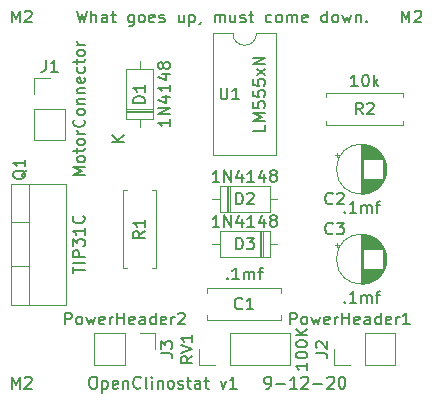
<source format=gbr>
%TF.GenerationSoftware,KiCad,Pcbnew,(5.1.6)-1*%
%TF.CreationDate,2020-09-13T20:14:07-05:00*%
%TF.ProjectId,CircuitBoard,43697263-7569-4744-926f-6172642e6b69,rev?*%
%TF.SameCoordinates,Original*%
%TF.FileFunction,Legend,Top*%
%TF.FilePolarity,Positive*%
%FSLAX46Y46*%
G04 Gerber Fmt 4.6, Leading zero omitted, Abs format (unit mm)*
G04 Created by KiCad (PCBNEW (5.1.6)-1) date 2020-09-13 20:14:07*
%MOMM*%
%LPD*%
G01*
G04 APERTURE LIST*
%ADD10C,0.150000*%
%ADD11C,0.120000*%
G04 APERTURE END LIST*
D10*
X201690476Y-89452380D02*
X201928571Y-90452380D01*
X202119047Y-89738095D01*
X202309523Y-90452380D01*
X202547619Y-89452380D01*
X202928571Y-90452380D02*
X202928571Y-89452380D01*
X203357142Y-90452380D02*
X203357142Y-89928571D01*
X203309523Y-89833333D01*
X203214285Y-89785714D01*
X203071428Y-89785714D01*
X202976190Y-89833333D01*
X202928571Y-89880952D01*
X204261904Y-90452380D02*
X204261904Y-89928571D01*
X204214285Y-89833333D01*
X204119047Y-89785714D01*
X203928571Y-89785714D01*
X203833333Y-89833333D01*
X204261904Y-90404761D02*
X204166666Y-90452380D01*
X203928571Y-90452380D01*
X203833333Y-90404761D01*
X203785714Y-90309523D01*
X203785714Y-90214285D01*
X203833333Y-90119047D01*
X203928571Y-90071428D01*
X204166666Y-90071428D01*
X204261904Y-90023809D01*
X204595238Y-89785714D02*
X204976190Y-89785714D01*
X204738095Y-89452380D02*
X204738095Y-90309523D01*
X204785714Y-90404761D01*
X204880952Y-90452380D01*
X204976190Y-90452380D01*
X206500000Y-89785714D02*
X206500000Y-90595238D01*
X206452380Y-90690476D01*
X206404761Y-90738095D01*
X206309523Y-90785714D01*
X206166666Y-90785714D01*
X206071428Y-90738095D01*
X206500000Y-90404761D02*
X206404761Y-90452380D01*
X206214285Y-90452380D01*
X206119047Y-90404761D01*
X206071428Y-90357142D01*
X206023809Y-90261904D01*
X206023809Y-89976190D01*
X206071428Y-89880952D01*
X206119047Y-89833333D01*
X206214285Y-89785714D01*
X206404761Y-89785714D01*
X206500000Y-89833333D01*
X207119047Y-90452380D02*
X207023809Y-90404761D01*
X206976190Y-90357142D01*
X206928571Y-90261904D01*
X206928571Y-89976190D01*
X206976190Y-89880952D01*
X207023809Y-89833333D01*
X207119047Y-89785714D01*
X207261904Y-89785714D01*
X207357142Y-89833333D01*
X207404761Y-89880952D01*
X207452380Y-89976190D01*
X207452380Y-90261904D01*
X207404761Y-90357142D01*
X207357142Y-90404761D01*
X207261904Y-90452380D01*
X207119047Y-90452380D01*
X208261904Y-90404761D02*
X208166666Y-90452380D01*
X207976190Y-90452380D01*
X207880952Y-90404761D01*
X207833333Y-90309523D01*
X207833333Y-89928571D01*
X207880952Y-89833333D01*
X207976190Y-89785714D01*
X208166666Y-89785714D01*
X208261904Y-89833333D01*
X208309523Y-89928571D01*
X208309523Y-90023809D01*
X207833333Y-90119047D01*
X208690476Y-90404761D02*
X208785714Y-90452380D01*
X208976190Y-90452380D01*
X209071428Y-90404761D01*
X209119047Y-90309523D01*
X209119047Y-90261904D01*
X209071428Y-90166666D01*
X208976190Y-90119047D01*
X208833333Y-90119047D01*
X208738095Y-90071428D01*
X208690476Y-89976190D01*
X208690476Y-89928571D01*
X208738095Y-89833333D01*
X208833333Y-89785714D01*
X208976190Y-89785714D01*
X209071428Y-89833333D01*
X210738095Y-89785714D02*
X210738095Y-90452380D01*
X210309523Y-89785714D02*
X210309523Y-90309523D01*
X210357142Y-90404761D01*
X210452380Y-90452380D01*
X210595238Y-90452380D01*
X210690476Y-90404761D01*
X210738095Y-90357142D01*
X211214285Y-89785714D02*
X211214285Y-90785714D01*
X211214285Y-89833333D02*
X211309523Y-89785714D01*
X211500000Y-89785714D01*
X211595238Y-89833333D01*
X211642857Y-89880952D01*
X211690476Y-89976190D01*
X211690476Y-90261904D01*
X211642857Y-90357142D01*
X211595238Y-90404761D01*
X211500000Y-90452380D01*
X211309523Y-90452380D01*
X211214285Y-90404761D01*
X212166666Y-90404761D02*
X212166666Y-90452380D01*
X212119047Y-90547619D01*
X212071428Y-90595238D01*
X213357142Y-90452380D02*
X213357142Y-89785714D01*
X213357142Y-89880952D02*
X213404761Y-89833333D01*
X213500000Y-89785714D01*
X213642857Y-89785714D01*
X213738095Y-89833333D01*
X213785714Y-89928571D01*
X213785714Y-90452380D01*
X213785714Y-89928571D02*
X213833333Y-89833333D01*
X213928571Y-89785714D01*
X214071428Y-89785714D01*
X214166666Y-89833333D01*
X214214285Y-89928571D01*
X214214285Y-90452380D01*
X215119047Y-89785714D02*
X215119047Y-90452380D01*
X214690476Y-89785714D02*
X214690476Y-90309523D01*
X214738095Y-90404761D01*
X214833333Y-90452380D01*
X214976190Y-90452380D01*
X215071428Y-90404761D01*
X215119047Y-90357142D01*
X215547619Y-90404761D02*
X215642857Y-90452380D01*
X215833333Y-90452380D01*
X215928571Y-90404761D01*
X215976190Y-90309523D01*
X215976190Y-90261904D01*
X215928571Y-90166666D01*
X215833333Y-90119047D01*
X215690476Y-90119047D01*
X215595238Y-90071428D01*
X215547619Y-89976190D01*
X215547619Y-89928571D01*
X215595238Y-89833333D01*
X215690476Y-89785714D01*
X215833333Y-89785714D01*
X215928571Y-89833333D01*
X216261904Y-89785714D02*
X216642857Y-89785714D01*
X216404761Y-89452380D02*
X216404761Y-90309523D01*
X216452380Y-90404761D01*
X216547619Y-90452380D01*
X216642857Y-90452380D01*
X218166666Y-90404761D02*
X218071428Y-90452380D01*
X217880952Y-90452380D01*
X217785714Y-90404761D01*
X217738095Y-90357142D01*
X217690476Y-90261904D01*
X217690476Y-89976190D01*
X217738095Y-89880952D01*
X217785714Y-89833333D01*
X217880952Y-89785714D01*
X218071428Y-89785714D01*
X218166666Y-89833333D01*
X218738095Y-90452380D02*
X218642857Y-90404761D01*
X218595238Y-90357142D01*
X218547619Y-90261904D01*
X218547619Y-89976190D01*
X218595238Y-89880952D01*
X218642857Y-89833333D01*
X218738095Y-89785714D01*
X218880952Y-89785714D01*
X218976190Y-89833333D01*
X219023809Y-89880952D01*
X219071428Y-89976190D01*
X219071428Y-90261904D01*
X219023809Y-90357142D01*
X218976190Y-90404761D01*
X218880952Y-90452380D01*
X218738095Y-90452380D01*
X219500000Y-90452380D02*
X219500000Y-89785714D01*
X219500000Y-89880952D02*
X219547619Y-89833333D01*
X219642857Y-89785714D01*
X219785714Y-89785714D01*
X219880952Y-89833333D01*
X219928571Y-89928571D01*
X219928571Y-90452380D01*
X219928571Y-89928571D02*
X219976190Y-89833333D01*
X220071428Y-89785714D01*
X220214285Y-89785714D01*
X220309523Y-89833333D01*
X220357142Y-89928571D01*
X220357142Y-90452380D01*
X221214285Y-90404761D02*
X221119047Y-90452380D01*
X220928571Y-90452380D01*
X220833333Y-90404761D01*
X220785714Y-90309523D01*
X220785714Y-89928571D01*
X220833333Y-89833333D01*
X220928571Y-89785714D01*
X221119047Y-89785714D01*
X221214285Y-89833333D01*
X221261904Y-89928571D01*
X221261904Y-90023809D01*
X220785714Y-90119047D01*
X222880952Y-90452380D02*
X222880952Y-89452380D01*
X222880952Y-90404761D02*
X222785714Y-90452380D01*
X222595238Y-90452380D01*
X222500000Y-90404761D01*
X222452380Y-90357142D01*
X222404761Y-90261904D01*
X222404761Y-89976190D01*
X222452380Y-89880952D01*
X222500000Y-89833333D01*
X222595238Y-89785714D01*
X222785714Y-89785714D01*
X222880952Y-89833333D01*
X223500000Y-90452380D02*
X223404761Y-90404761D01*
X223357142Y-90357142D01*
X223309523Y-90261904D01*
X223309523Y-89976190D01*
X223357142Y-89880952D01*
X223404761Y-89833333D01*
X223500000Y-89785714D01*
X223642857Y-89785714D01*
X223738095Y-89833333D01*
X223785714Y-89880952D01*
X223833333Y-89976190D01*
X223833333Y-90261904D01*
X223785714Y-90357142D01*
X223738095Y-90404761D01*
X223642857Y-90452380D01*
X223500000Y-90452380D01*
X224166666Y-89785714D02*
X224357142Y-90452380D01*
X224547619Y-89976190D01*
X224738095Y-90452380D01*
X224928571Y-89785714D01*
X225309523Y-89785714D02*
X225309523Y-90452380D01*
X225309523Y-89880952D02*
X225357142Y-89833333D01*
X225452380Y-89785714D01*
X225595238Y-89785714D01*
X225690476Y-89833333D01*
X225738095Y-89928571D01*
X225738095Y-90452380D01*
X226214285Y-90357142D02*
X226261904Y-90404761D01*
X226214285Y-90452380D01*
X226166666Y-90404761D01*
X226214285Y-90357142D01*
X226214285Y-90452380D01*
X217666666Y-121452380D02*
X217857142Y-121452380D01*
X217952380Y-121404761D01*
X218000000Y-121357142D01*
X218095238Y-121214285D01*
X218142857Y-121023809D01*
X218142857Y-120642857D01*
X218095238Y-120547619D01*
X218047619Y-120500000D01*
X217952380Y-120452380D01*
X217761904Y-120452380D01*
X217666666Y-120500000D01*
X217619047Y-120547619D01*
X217571428Y-120642857D01*
X217571428Y-120880952D01*
X217619047Y-120976190D01*
X217666666Y-121023809D01*
X217761904Y-121071428D01*
X217952380Y-121071428D01*
X218047619Y-121023809D01*
X218095238Y-120976190D01*
X218142857Y-120880952D01*
X218571428Y-121071428D02*
X219333333Y-121071428D01*
X220333333Y-121452380D02*
X219761904Y-121452380D01*
X220047619Y-121452380D02*
X220047619Y-120452380D01*
X219952380Y-120595238D01*
X219857142Y-120690476D01*
X219761904Y-120738095D01*
X220714285Y-120547619D02*
X220761904Y-120500000D01*
X220857142Y-120452380D01*
X221095238Y-120452380D01*
X221190476Y-120500000D01*
X221238095Y-120547619D01*
X221285714Y-120642857D01*
X221285714Y-120738095D01*
X221238095Y-120880952D01*
X220666666Y-121452380D01*
X221285714Y-121452380D01*
X221714285Y-121071428D02*
X222476190Y-121071428D01*
X222904761Y-120547619D02*
X222952380Y-120500000D01*
X223047619Y-120452380D01*
X223285714Y-120452380D01*
X223380952Y-120500000D01*
X223428571Y-120547619D01*
X223476190Y-120642857D01*
X223476190Y-120738095D01*
X223428571Y-120880952D01*
X222857142Y-121452380D01*
X223476190Y-121452380D01*
X224095238Y-120452380D02*
X224190476Y-120452380D01*
X224285714Y-120500000D01*
X224333333Y-120547619D01*
X224380952Y-120642857D01*
X224428571Y-120833333D01*
X224428571Y-121071428D01*
X224380952Y-121261904D01*
X224333333Y-121357142D01*
X224285714Y-121404761D01*
X224190476Y-121452380D01*
X224095238Y-121452380D01*
X224000000Y-121404761D01*
X223952380Y-121357142D01*
X223904761Y-121261904D01*
X223857142Y-121071428D01*
X223857142Y-120833333D01*
X223904761Y-120642857D01*
X223952380Y-120547619D01*
X224000000Y-120500000D01*
X224095238Y-120452380D01*
X203000000Y-120452380D02*
X203190476Y-120452380D01*
X203285714Y-120500000D01*
X203380952Y-120595238D01*
X203428571Y-120785714D01*
X203428571Y-121119047D01*
X203380952Y-121309523D01*
X203285714Y-121404761D01*
X203190476Y-121452380D01*
X203000000Y-121452380D01*
X202904761Y-121404761D01*
X202809523Y-121309523D01*
X202761904Y-121119047D01*
X202761904Y-120785714D01*
X202809523Y-120595238D01*
X202904761Y-120500000D01*
X203000000Y-120452380D01*
X203857142Y-120785714D02*
X203857142Y-121785714D01*
X203857142Y-120833333D02*
X203952380Y-120785714D01*
X204142857Y-120785714D01*
X204238095Y-120833333D01*
X204285714Y-120880952D01*
X204333333Y-120976190D01*
X204333333Y-121261904D01*
X204285714Y-121357142D01*
X204238095Y-121404761D01*
X204142857Y-121452380D01*
X203952380Y-121452380D01*
X203857142Y-121404761D01*
X205142857Y-121404761D02*
X205047619Y-121452380D01*
X204857142Y-121452380D01*
X204761904Y-121404761D01*
X204714285Y-121309523D01*
X204714285Y-120928571D01*
X204761904Y-120833333D01*
X204857142Y-120785714D01*
X205047619Y-120785714D01*
X205142857Y-120833333D01*
X205190476Y-120928571D01*
X205190476Y-121023809D01*
X204714285Y-121119047D01*
X205619047Y-120785714D02*
X205619047Y-121452380D01*
X205619047Y-120880952D02*
X205666666Y-120833333D01*
X205761904Y-120785714D01*
X205904761Y-120785714D01*
X206000000Y-120833333D01*
X206047619Y-120928571D01*
X206047619Y-121452380D01*
X207095238Y-121357142D02*
X207047619Y-121404761D01*
X206904761Y-121452380D01*
X206809523Y-121452380D01*
X206666666Y-121404761D01*
X206571428Y-121309523D01*
X206523809Y-121214285D01*
X206476190Y-121023809D01*
X206476190Y-120880952D01*
X206523809Y-120690476D01*
X206571428Y-120595238D01*
X206666666Y-120500000D01*
X206809523Y-120452380D01*
X206904761Y-120452380D01*
X207047619Y-120500000D01*
X207095238Y-120547619D01*
X207666666Y-121452380D02*
X207571428Y-121404761D01*
X207523809Y-121309523D01*
X207523809Y-120452380D01*
X208047619Y-121452380D02*
X208047619Y-120785714D01*
X208047619Y-120452380D02*
X208000000Y-120500000D01*
X208047619Y-120547619D01*
X208095238Y-120500000D01*
X208047619Y-120452380D01*
X208047619Y-120547619D01*
X208523809Y-120785714D02*
X208523809Y-121452380D01*
X208523809Y-120880952D02*
X208571428Y-120833333D01*
X208666666Y-120785714D01*
X208809523Y-120785714D01*
X208904761Y-120833333D01*
X208952380Y-120928571D01*
X208952380Y-121452380D01*
X209571428Y-121452380D02*
X209476190Y-121404761D01*
X209428571Y-121357142D01*
X209380952Y-121261904D01*
X209380952Y-120976190D01*
X209428571Y-120880952D01*
X209476190Y-120833333D01*
X209571428Y-120785714D01*
X209714285Y-120785714D01*
X209809523Y-120833333D01*
X209857142Y-120880952D01*
X209904761Y-120976190D01*
X209904761Y-121261904D01*
X209857142Y-121357142D01*
X209809523Y-121404761D01*
X209714285Y-121452380D01*
X209571428Y-121452380D01*
X210285714Y-121404761D02*
X210380952Y-121452380D01*
X210571428Y-121452380D01*
X210666666Y-121404761D01*
X210714285Y-121309523D01*
X210714285Y-121261904D01*
X210666666Y-121166666D01*
X210571428Y-121119047D01*
X210428571Y-121119047D01*
X210333333Y-121071428D01*
X210285714Y-120976190D01*
X210285714Y-120928571D01*
X210333333Y-120833333D01*
X210428571Y-120785714D01*
X210571428Y-120785714D01*
X210666666Y-120833333D01*
X211000000Y-120785714D02*
X211380952Y-120785714D01*
X211142857Y-120452380D02*
X211142857Y-121309523D01*
X211190476Y-121404761D01*
X211285714Y-121452380D01*
X211380952Y-121452380D01*
X212142857Y-121452380D02*
X212142857Y-120928571D01*
X212095238Y-120833333D01*
X212000000Y-120785714D01*
X211809523Y-120785714D01*
X211714285Y-120833333D01*
X212142857Y-121404761D02*
X212047619Y-121452380D01*
X211809523Y-121452380D01*
X211714285Y-121404761D01*
X211666666Y-121309523D01*
X211666666Y-121214285D01*
X211714285Y-121119047D01*
X211809523Y-121071428D01*
X212047619Y-121071428D01*
X212142857Y-121023809D01*
X212476190Y-120785714D02*
X212857142Y-120785714D01*
X212619047Y-120452380D02*
X212619047Y-121309523D01*
X212666666Y-121404761D01*
X212761904Y-121452380D01*
X212857142Y-121452380D01*
X213857142Y-120785714D02*
X214095238Y-121452380D01*
X214333333Y-120785714D01*
X215238095Y-121452380D02*
X214666666Y-121452380D01*
X214952380Y-121452380D02*
X214952380Y-120452380D01*
X214857142Y-120595238D01*
X214761904Y-120690476D01*
X214666666Y-120738095D01*
D11*
%TO.C,C1*%
X218980000Y-115225000D02*
X218980000Y-115670000D01*
X218980000Y-112930000D02*
X218980000Y-113375000D01*
X212740000Y-115225000D02*
X212740000Y-115670000D01*
X212740000Y-112930000D02*
X212740000Y-113375000D01*
X212740000Y-115670000D02*
X218980000Y-115670000D01*
X212740000Y-112930000D02*
X218980000Y-112930000D01*
%TO.C,C2*%
X227910000Y-102870000D02*
G75*
G03*
X227910000Y-102870000I-2120000J0D01*
G01*
X225790000Y-100790000D02*
X225790000Y-104950000D01*
X225830000Y-100790000D02*
X225830000Y-104950000D01*
X225870000Y-100791000D02*
X225870000Y-104949000D01*
X225910000Y-100793000D02*
X225910000Y-104947000D01*
X225950000Y-100796000D02*
X225950000Y-104944000D01*
X225990000Y-100799000D02*
X225990000Y-102030000D01*
X225990000Y-103710000D02*
X225990000Y-104941000D01*
X226030000Y-100803000D02*
X226030000Y-102030000D01*
X226030000Y-103710000D02*
X226030000Y-104937000D01*
X226070000Y-100808000D02*
X226070000Y-102030000D01*
X226070000Y-103710000D02*
X226070000Y-104932000D01*
X226110000Y-100814000D02*
X226110000Y-102030000D01*
X226110000Y-103710000D02*
X226110000Y-104926000D01*
X226150000Y-100820000D02*
X226150000Y-102030000D01*
X226150000Y-103710000D02*
X226150000Y-104920000D01*
X226190000Y-100828000D02*
X226190000Y-102030000D01*
X226190000Y-103710000D02*
X226190000Y-104912000D01*
X226230000Y-100836000D02*
X226230000Y-102030000D01*
X226230000Y-103710000D02*
X226230000Y-104904000D01*
X226270000Y-100845000D02*
X226270000Y-102030000D01*
X226270000Y-103710000D02*
X226270000Y-104895000D01*
X226310000Y-100854000D02*
X226310000Y-102030000D01*
X226310000Y-103710000D02*
X226310000Y-104886000D01*
X226350000Y-100865000D02*
X226350000Y-102030000D01*
X226350000Y-103710000D02*
X226350000Y-104875000D01*
X226390000Y-100876000D02*
X226390000Y-102030000D01*
X226390000Y-103710000D02*
X226390000Y-104864000D01*
X226430000Y-100888000D02*
X226430000Y-102030000D01*
X226430000Y-103710000D02*
X226430000Y-104852000D01*
X226470000Y-100902000D02*
X226470000Y-102030000D01*
X226470000Y-103710000D02*
X226470000Y-104838000D01*
X226511000Y-100916000D02*
X226511000Y-102030000D01*
X226511000Y-103710000D02*
X226511000Y-104824000D01*
X226551000Y-100930000D02*
X226551000Y-102030000D01*
X226551000Y-103710000D02*
X226551000Y-104810000D01*
X226591000Y-100946000D02*
X226591000Y-102030000D01*
X226591000Y-103710000D02*
X226591000Y-104794000D01*
X226631000Y-100963000D02*
X226631000Y-102030000D01*
X226631000Y-103710000D02*
X226631000Y-104777000D01*
X226671000Y-100981000D02*
X226671000Y-102030000D01*
X226671000Y-103710000D02*
X226671000Y-104759000D01*
X226711000Y-101000000D02*
X226711000Y-102030000D01*
X226711000Y-103710000D02*
X226711000Y-104740000D01*
X226751000Y-101019000D02*
X226751000Y-102030000D01*
X226751000Y-103710000D02*
X226751000Y-104721000D01*
X226791000Y-101040000D02*
X226791000Y-102030000D01*
X226791000Y-103710000D02*
X226791000Y-104700000D01*
X226831000Y-101062000D02*
X226831000Y-102030000D01*
X226831000Y-103710000D02*
X226831000Y-104678000D01*
X226871000Y-101085000D02*
X226871000Y-102030000D01*
X226871000Y-103710000D02*
X226871000Y-104655000D01*
X226911000Y-101110000D02*
X226911000Y-102030000D01*
X226911000Y-103710000D02*
X226911000Y-104630000D01*
X226951000Y-101135000D02*
X226951000Y-102030000D01*
X226951000Y-103710000D02*
X226951000Y-104605000D01*
X226991000Y-101162000D02*
X226991000Y-102030000D01*
X226991000Y-103710000D02*
X226991000Y-104578000D01*
X227031000Y-101190000D02*
X227031000Y-102030000D01*
X227031000Y-103710000D02*
X227031000Y-104550000D01*
X227071000Y-101220000D02*
X227071000Y-102030000D01*
X227071000Y-103710000D02*
X227071000Y-104520000D01*
X227111000Y-101251000D02*
X227111000Y-102030000D01*
X227111000Y-103710000D02*
X227111000Y-104489000D01*
X227151000Y-101283000D02*
X227151000Y-102030000D01*
X227151000Y-103710000D02*
X227151000Y-104457000D01*
X227191000Y-101318000D02*
X227191000Y-102030000D01*
X227191000Y-103710000D02*
X227191000Y-104422000D01*
X227231000Y-101354000D02*
X227231000Y-102030000D01*
X227231000Y-103710000D02*
X227231000Y-104386000D01*
X227271000Y-101392000D02*
X227271000Y-102030000D01*
X227271000Y-103710000D02*
X227271000Y-104348000D01*
X227311000Y-101432000D02*
X227311000Y-102030000D01*
X227311000Y-103710000D02*
X227311000Y-104308000D01*
X227351000Y-101474000D02*
X227351000Y-102030000D01*
X227351000Y-103710000D02*
X227351000Y-104266000D01*
X227391000Y-101519000D02*
X227391000Y-102030000D01*
X227391000Y-103710000D02*
X227391000Y-104221000D01*
X227431000Y-101566000D02*
X227431000Y-102030000D01*
X227431000Y-103710000D02*
X227431000Y-104174000D01*
X227471000Y-101616000D02*
X227471000Y-102030000D01*
X227471000Y-103710000D02*
X227471000Y-104124000D01*
X227511000Y-101670000D02*
X227511000Y-102030000D01*
X227511000Y-103710000D02*
X227511000Y-104070000D01*
X227551000Y-101728000D02*
X227551000Y-102030000D01*
X227551000Y-103710000D02*
X227551000Y-104012000D01*
X227591000Y-101790000D02*
X227591000Y-102030000D01*
X227591000Y-103710000D02*
X227591000Y-103950000D01*
X227631000Y-101857000D02*
X227631000Y-103883000D01*
X227671000Y-101930000D02*
X227671000Y-103810000D01*
X227711000Y-102011000D02*
X227711000Y-103729000D01*
X227751000Y-102102000D02*
X227751000Y-103638000D01*
X227791000Y-102206000D02*
X227791000Y-103534000D01*
X227831000Y-102333000D02*
X227831000Y-103407000D01*
X227871000Y-102500000D02*
X227871000Y-103240000D01*
X223520199Y-101675000D02*
X223920199Y-101675000D01*
X223720199Y-101475000D02*
X223720199Y-101875000D01*
%TO.C,C3*%
X223720199Y-109095000D02*
X223720199Y-109495000D01*
X223520199Y-109295000D02*
X223920199Y-109295000D01*
X227871000Y-110120000D02*
X227871000Y-110860000D01*
X227831000Y-109953000D02*
X227831000Y-111027000D01*
X227791000Y-109826000D02*
X227791000Y-111154000D01*
X227751000Y-109722000D02*
X227751000Y-111258000D01*
X227711000Y-109631000D02*
X227711000Y-111349000D01*
X227671000Y-109550000D02*
X227671000Y-111430000D01*
X227631000Y-109477000D02*
X227631000Y-111503000D01*
X227591000Y-111330000D02*
X227591000Y-111570000D01*
X227591000Y-109410000D02*
X227591000Y-109650000D01*
X227551000Y-111330000D02*
X227551000Y-111632000D01*
X227551000Y-109348000D02*
X227551000Y-109650000D01*
X227511000Y-111330000D02*
X227511000Y-111690000D01*
X227511000Y-109290000D02*
X227511000Y-109650000D01*
X227471000Y-111330000D02*
X227471000Y-111744000D01*
X227471000Y-109236000D02*
X227471000Y-109650000D01*
X227431000Y-111330000D02*
X227431000Y-111794000D01*
X227431000Y-109186000D02*
X227431000Y-109650000D01*
X227391000Y-111330000D02*
X227391000Y-111841000D01*
X227391000Y-109139000D02*
X227391000Y-109650000D01*
X227351000Y-111330000D02*
X227351000Y-111886000D01*
X227351000Y-109094000D02*
X227351000Y-109650000D01*
X227311000Y-111330000D02*
X227311000Y-111928000D01*
X227311000Y-109052000D02*
X227311000Y-109650000D01*
X227271000Y-111330000D02*
X227271000Y-111968000D01*
X227271000Y-109012000D02*
X227271000Y-109650000D01*
X227231000Y-111330000D02*
X227231000Y-112006000D01*
X227231000Y-108974000D02*
X227231000Y-109650000D01*
X227191000Y-111330000D02*
X227191000Y-112042000D01*
X227191000Y-108938000D02*
X227191000Y-109650000D01*
X227151000Y-111330000D02*
X227151000Y-112077000D01*
X227151000Y-108903000D02*
X227151000Y-109650000D01*
X227111000Y-111330000D02*
X227111000Y-112109000D01*
X227111000Y-108871000D02*
X227111000Y-109650000D01*
X227071000Y-111330000D02*
X227071000Y-112140000D01*
X227071000Y-108840000D02*
X227071000Y-109650000D01*
X227031000Y-111330000D02*
X227031000Y-112170000D01*
X227031000Y-108810000D02*
X227031000Y-109650000D01*
X226991000Y-111330000D02*
X226991000Y-112198000D01*
X226991000Y-108782000D02*
X226991000Y-109650000D01*
X226951000Y-111330000D02*
X226951000Y-112225000D01*
X226951000Y-108755000D02*
X226951000Y-109650000D01*
X226911000Y-111330000D02*
X226911000Y-112250000D01*
X226911000Y-108730000D02*
X226911000Y-109650000D01*
X226871000Y-111330000D02*
X226871000Y-112275000D01*
X226871000Y-108705000D02*
X226871000Y-109650000D01*
X226831000Y-111330000D02*
X226831000Y-112298000D01*
X226831000Y-108682000D02*
X226831000Y-109650000D01*
X226791000Y-111330000D02*
X226791000Y-112320000D01*
X226791000Y-108660000D02*
X226791000Y-109650000D01*
X226751000Y-111330000D02*
X226751000Y-112341000D01*
X226751000Y-108639000D02*
X226751000Y-109650000D01*
X226711000Y-111330000D02*
X226711000Y-112360000D01*
X226711000Y-108620000D02*
X226711000Y-109650000D01*
X226671000Y-111330000D02*
X226671000Y-112379000D01*
X226671000Y-108601000D02*
X226671000Y-109650000D01*
X226631000Y-111330000D02*
X226631000Y-112397000D01*
X226631000Y-108583000D02*
X226631000Y-109650000D01*
X226591000Y-111330000D02*
X226591000Y-112414000D01*
X226591000Y-108566000D02*
X226591000Y-109650000D01*
X226551000Y-111330000D02*
X226551000Y-112430000D01*
X226551000Y-108550000D02*
X226551000Y-109650000D01*
X226511000Y-111330000D02*
X226511000Y-112444000D01*
X226511000Y-108536000D02*
X226511000Y-109650000D01*
X226470000Y-111330000D02*
X226470000Y-112458000D01*
X226470000Y-108522000D02*
X226470000Y-109650000D01*
X226430000Y-111330000D02*
X226430000Y-112472000D01*
X226430000Y-108508000D02*
X226430000Y-109650000D01*
X226390000Y-111330000D02*
X226390000Y-112484000D01*
X226390000Y-108496000D02*
X226390000Y-109650000D01*
X226350000Y-111330000D02*
X226350000Y-112495000D01*
X226350000Y-108485000D02*
X226350000Y-109650000D01*
X226310000Y-111330000D02*
X226310000Y-112506000D01*
X226310000Y-108474000D02*
X226310000Y-109650000D01*
X226270000Y-111330000D02*
X226270000Y-112515000D01*
X226270000Y-108465000D02*
X226270000Y-109650000D01*
X226230000Y-111330000D02*
X226230000Y-112524000D01*
X226230000Y-108456000D02*
X226230000Y-109650000D01*
X226190000Y-111330000D02*
X226190000Y-112532000D01*
X226190000Y-108448000D02*
X226190000Y-109650000D01*
X226150000Y-111330000D02*
X226150000Y-112540000D01*
X226150000Y-108440000D02*
X226150000Y-109650000D01*
X226110000Y-111330000D02*
X226110000Y-112546000D01*
X226110000Y-108434000D02*
X226110000Y-109650000D01*
X226070000Y-111330000D02*
X226070000Y-112552000D01*
X226070000Y-108428000D02*
X226070000Y-109650000D01*
X226030000Y-111330000D02*
X226030000Y-112557000D01*
X226030000Y-108423000D02*
X226030000Y-109650000D01*
X225990000Y-111330000D02*
X225990000Y-112561000D01*
X225990000Y-108419000D02*
X225990000Y-109650000D01*
X225950000Y-108416000D02*
X225950000Y-112564000D01*
X225910000Y-108413000D02*
X225910000Y-112567000D01*
X225870000Y-108411000D02*
X225870000Y-112569000D01*
X225830000Y-108410000D02*
X225830000Y-112570000D01*
X225790000Y-108410000D02*
X225790000Y-112570000D01*
X227910000Y-110490000D02*
G75*
G03*
X227910000Y-110490000I-2120000J0D01*
G01*
%TO.C,D1*%
X205890000Y-98040000D02*
X208130000Y-98040000D01*
X205890000Y-97800000D02*
X208130000Y-97800000D01*
X205890000Y-97920000D02*
X208130000Y-97920000D01*
X207010000Y-93750000D02*
X207010000Y-94400000D01*
X207010000Y-99290000D02*
X207010000Y-98640000D01*
X205890000Y-94400000D02*
X205890000Y-98640000D01*
X208130000Y-94400000D02*
X205890000Y-94400000D01*
X208130000Y-98640000D02*
X208130000Y-94400000D01*
X205890000Y-98640000D02*
X208130000Y-98640000D01*
%TO.C,D2*%
X214380000Y-104290000D02*
X214380000Y-106530000D01*
X214620000Y-104290000D02*
X214620000Y-106530000D01*
X214500000Y-104290000D02*
X214500000Y-106530000D01*
X218670000Y-105410000D02*
X218020000Y-105410000D01*
X213130000Y-105410000D02*
X213780000Y-105410000D01*
X218020000Y-104290000D02*
X213780000Y-104290000D01*
X218020000Y-106530000D02*
X218020000Y-104290000D01*
X213780000Y-106530000D02*
X218020000Y-106530000D01*
X213780000Y-104290000D02*
X213780000Y-106530000D01*
%TO.C,D3*%
X218020000Y-110340000D02*
X218020000Y-108100000D01*
X218020000Y-108100000D02*
X213780000Y-108100000D01*
X213780000Y-108100000D02*
X213780000Y-110340000D01*
X213780000Y-110340000D02*
X218020000Y-110340000D01*
X218670000Y-109220000D02*
X218020000Y-109220000D01*
X213130000Y-109220000D02*
X213780000Y-109220000D01*
X217300000Y-110340000D02*
X217300000Y-108100000D01*
X217180000Y-110340000D02*
X217180000Y-108100000D01*
X217420000Y-110340000D02*
X217420000Y-108100000D01*
%TO.C,J1*%
X198060000Y-95190000D02*
X199390000Y-95190000D01*
X198060000Y-96520000D02*
X198060000Y-95190000D01*
X198060000Y-97790000D02*
X200720000Y-97790000D01*
X200720000Y-97790000D02*
X200720000Y-100390000D01*
X198060000Y-97790000D02*
X198060000Y-100390000D01*
X198060000Y-100390000D02*
X200720000Y-100390000D01*
%TO.C,J2*%
X223460000Y-119440000D02*
X223460000Y-118110000D01*
X224790000Y-119440000D02*
X223460000Y-119440000D01*
X226060000Y-119440000D02*
X226060000Y-116780000D01*
X226060000Y-116780000D02*
X228660000Y-116780000D01*
X226060000Y-119440000D02*
X228660000Y-119440000D01*
X228660000Y-119440000D02*
X228660000Y-116780000D01*
%TO.C,J3*%
X203140000Y-116780000D02*
X203140000Y-119440000D01*
X205740000Y-116780000D02*
X203140000Y-116780000D01*
X205740000Y-119440000D02*
X203140000Y-119440000D01*
X205740000Y-116780000D02*
X205740000Y-119440000D01*
X207010000Y-116780000D02*
X208340000Y-116780000D01*
X208340000Y-116780000D02*
X208340000Y-118110000D01*
%TO.C,Q1*%
X196120000Y-107369000D02*
X197630000Y-107369000D01*
X196120000Y-111070000D02*
X197630000Y-111070000D01*
X197630000Y-114340000D02*
X197630000Y-104100000D01*
X196120000Y-104100000D02*
X200761000Y-104100000D01*
X196120000Y-114340000D02*
X200761000Y-114340000D01*
X200761000Y-114340000D02*
X200761000Y-104100000D01*
X196120000Y-114340000D02*
X196120000Y-104100000D01*
%TO.C,R1*%
X208380000Y-104680000D02*
X208050000Y-104680000D01*
X208380000Y-111220000D02*
X208380000Y-104680000D01*
X208050000Y-111220000D02*
X208380000Y-111220000D01*
X205640000Y-104680000D02*
X205970000Y-104680000D01*
X205640000Y-111220000D02*
X205640000Y-104680000D01*
X205970000Y-111220000D02*
X205640000Y-111220000D01*
%TO.C,R2*%
X229330000Y-98830000D02*
X229330000Y-99160000D01*
X229330000Y-99160000D02*
X222790000Y-99160000D01*
X222790000Y-99160000D02*
X222790000Y-98830000D01*
X229330000Y-96750000D02*
X229330000Y-96420000D01*
X229330000Y-96420000D02*
X222790000Y-96420000D01*
X222790000Y-96420000D02*
X222790000Y-96750000D01*
%TO.C,RV1*%
X212030000Y-119440000D02*
X212030000Y-118110000D01*
X213360000Y-119440000D02*
X212030000Y-119440000D01*
X214630000Y-119440000D02*
X214630000Y-116780000D01*
X214630000Y-116780000D02*
X219770000Y-116780000D01*
X214630000Y-119440000D02*
X219770000Y-119440000D01*
X219770000Y-119440000D02*
X219770000Y-116780000D01*
%TO.C,U1*%
X218550000Y-91380000D02*
X216900000Y-91380000D01*
X218550000Y-101660000D02*
X218550000Y-91380000D01*
X213250000Y-101660000D02*
X218550000Y-101660000D01*
X213250000Y-91380000D02*
X213250000Y-101660000D01*
X214900000Y-91380000D02*
X213250000Y-91380000D01*
X216900000Y-91380000D02*
G75*
G02*
X214900000Y-91380000I-1000000J0D01*
G01*
%TO.C,M2*%
D10*
X196190476Y-121452380D02*
X196190476Y-120452380D01*
X196523809Y-121166666D01*
X196857142Y-120452380D01*
X196857142Y-121452380D01*
X197285714Y-120547619D02*
X197333333Y-120500000D01*
X197428571Y-120452380D01*
X197666666Y-120452380D01*
X197761904Y-120500000D01*
X197809523Y-120547619D01*
X197857142Y-120642857D01*
X197857142Y-120738095D01*
X197809523Y-120880952D01*
X197238095Y-121452380D01*
X197857142Y-121452380D01*
X229190476Y-90452380D02*
X229190476Y-89452380D01*
X229523809Y-90166666D01*
X229857142Y-89452380D01*
X229857142Y-90452380D01*
X230285714Y-89547619D02*
X230333333Y-89500000D01*
X230428571Y-89452380D01*
X230666666Y-89452380D01*
X230761904Y-89500000D01*
X230809523Y-89547619D01*
X230857142Y-89642857D01*
X230857142Y-89738095D01*
X230809523Y-89880952D01*
X230238095Y-90452380D01*
X230857142Y-90452380D01*
X196190476Y-90452380D02*
X196190476Y-89452380D01*
X196523809Y-90166666D01*
X196857142Y-89452380D01*
X196857142Y-90452380D01*
X197285714Y-89547619D02*
X197333333Y-89500000D01*
X197428571Y-89452380D01*
X197666666Y-89452380D01*
X197761904Y-89500000D01*
X197809523Y-89547619D01*
X197857142Y-89642857D01*
X197857142Y-89738095D01*
X197809523Y-89880952D01*
X197238095Y-90452380D01*
X197857142Y-90452380D01*
%TO.C,*%
%TO.C,C1*%
X215693333Y-114657142D02*
X215645714Y-114704761D01*
X215502857Y-114752380D01*
X215407619Y-114752380D01*
X215264761Y-114704761D01*
X215169523Y-114609523D01*
X215121904Y-114514285D01*
X215074285Y-114323809D01*
X215074285Y-114180952D01*
X215121904Y-113990476D01*
X215169523Y-113895238D01*
X215264761Y-113800000D01*
X215407619Y-113752380D01*
X215502857Y-113752380D01*
X215645714Y-113800000D01*
X215693333Y-113847619D01*
X216645714Y-114752380D02*
X216074285Y-114752380D01*
X216360000Y-114752380D02*
X216360000Y-113752380D01*
X216264761Y-113895238D01*
X216169523Y-113990476D01*
X216074285Y-114038095D01*
X214431428Y-112117142D02*
X214479047Y-112164761D01*
X214431428Y-112212380D01*
X214383809Y-112164761D01*
X214431428Y-112117142D01*
X214431428Y-112212380D01*
X215431428Y-112212380D02*
X214860000Y-112212380D01*
X215145714Y-112212380D02*
X215145714Y-111212380D01*
X215050476Y-111355238D01*
X214955238Y-111450476D01*
X214860000Y-111498095D01*
X215860000Y-112212380D02*
X215860000Y-111545714D01*
X215860000Y-111640952D02*
X215907619Y-111593333D01*
X216002857Y-111545714D01*
X216145714Y-111545714D01*
X216240952Y-111593333D01*
X216288571Y-111688571D01*
X216288571Y-112212380D01*
X216288571Y-111688571D02*
X216336190Y-111593333D01*
X216431428Y-111545714D01*
X216574285Y-111545714D01*
X216669523Y-111593333D01*
X216717142Y-111688571D01*
X216717142Y-112212380D01*
X217050476Y-111545714D02*
X217431428Y-111545714D01*
X217193333Y-112212380D02*
X217193333Y-111355238D01*
X217240952Y-111260000D01*
X217336190Y-111212380D01*
X217431428Y-111212380D01*
%TO.C,C2*%
X223353333Y-105767142D02*
X223305714Y-105814761D01*
X223162857Y-105862380D01*
X223067619Y-105862380D01*
X222924761Y-105814761D01*
X222829523Y-105719523D01*
X222781904Y-105624285D01*
X222734285Y-105433809D01*
X222734285Y-105290952D01*
X222781904Y-105100476D01*
X222829523Y-105005238D01*
X222924761Y-104910000D01*
X223067619Y-104862380D01*
X223162857Y-104862380D01*
X223305714Y-104910000D01*
X223353333Y-104957619D01*
X223734285Y-104957619D02*
X223781904Y-104910000D01*
X223877142Y-104862380D01*
X224115238Y-104862380D01*
X224210476Y-104910000D01*
X224258095Y-104957619D01*
X224305714Y-105052857D01*
X224305714Y-105148095D01*
X224258095Y-105290952D01*
X223686666Y-105862380D01*
X224305714Y-105862380D01*
X224361428Y-106477142D02*
X224409047Y-106524761D01*
X224361428Y-106572380D01*
X224313809Y-106524761D01*
X224361428Y-106477142D01*
X224361428Y-106572380D01*
X225361428Y-106572380D02*
X224790000Y-106572380D01*
X225075714Y-106572380D02*
X225075714Y-105572380D01*
X224980476Y-105715238D01*
X224885238Y-105810476D01*
X224790000Y-105858095D01*
X225790000Y-106572380D02*
X225790000Y-105905714D01*
X225790000Y-106000952D02*
X225837619Y-105953333D01*
X225932857Y-105905714D01*
X226075714Y-105905714D01*
X226170952Y-105953333D01*
X226218571Y-106048571D01*
X226218571Y-106572380D01*
X226218571Y-106048571D02*
X226266190Y-105953333D01*
X226361428Y-105905714D01*
X226504285Y-105905714D01*
X226599523Y-105953333D01*
X226647142Y-106048571D01*
X226647142Y-106572380D01*
X226980476Y-105905714D02*
X227361428Y-105905714D01*
X227123333Y-106572380D02*
X227123333Y-105715238D01*
X227170952Y-105620000D01*
X227266190Y-105572380D01*
X227361428Y-105572380D01*
%TO.C,C3*%
X223353333Y-108307142D02*
X223305714Y-108354761D01*
X223162857Y-108402380D01*
X223067619Y-108402380D01*
X222924761Y-108354761D01*
X222829523Y-108259523D01*
X222781904Y-108164285D01*
X222734285Y-107973809D01*
X222734285Y-107830952D01*
X222781904Y-107640476D01*
X222829523Y-107545238D01*
X222924761Y-107450000D01*
X223067619Y-107402380D01*
X223162857Y-107402380D01*
X223305714Y-107450000D01*
X223353333Y-107497619D01*
X223686666Y-107402380D02*
X224305714Y-107402380D01*
X223972380Y-107783333D01*
X224115238Y-107783333D01*
X224210476Y-107830952D01*
X224258095Y-107878571D01*
X224305714Y-107973809D01*
X224305714Y-108211904D01*
X224258095Y-108307142D01*
X224210476Y-108354761D01*
X224115238Y-108402380D01*
X223829523Y-108402380D01*
X223734285Y-108354761D01*
X223686666Y-108307142D01*
X224361428Y-114097142D02*
X224409047Y-114144761D01*
X224361428Y-114192380D01*
X224313809Y-114144761D01*
X224361428Y-114097142D01*
X224361428Y-114192380D01*
X225361428Y-114192380D02*
X224790000Y-114192380D01*
X225075714Y-114192380D02*
X225075714Y-113192380D01*
X224980476Y-113335238D01*
X224885238Y-113430476D01*
X224790000Y-113478095D01*
X225790000Y-114192380D02*
X225790000Y-113525714D01*
X225790000Y-113620952D02*
X225837619Y-113573333D01*
X225932857Y-113525714D01*
X226075714Y-113525714D01*
X226170952Y-113573333D01*
X226218571Y-113668571D01*
X226218571Y-114192380D01*
X226218571Y-113668571D02*
X226266190Y-113573333D01*
X226361428Y-113525714D01*
X226504285Y-113525714D01*
X226599523Y-113573333D01*
X226647142Y-113668571D01*
X226647142Y-114192380D01*
X226980476Y-113525714D02*
X227361428Y-113525714D01*
X227123333Y-114192380D02*
X227123333Y-113335238D01*
X227170952Y-113240000D01*
X227266190Y-113192380D01*
X227361428Y-113192380D01*
%TO.C,D1*%
X207462380Y-97258095D02*
X206462380Y-97258095D01*
X206462380Y-97020000D01*
X206510000Y-96877142D01*
X206605238Y-96781904D01*
X206700476Y-96734285D01*
X206890952Y-96686666D01*
X207033809Y-96686666D01*
X207224285Y-96734285D01*
X207319523Y-96781904D01*
X207414761Y-96877142D01*
X207462380Y-97020000D01*
X207462380Y-97258095D01*
X207462380Y-95734285D02*
X207462380Y-96305714D01*
X207462380Y-96020000D02*
X206462380Y-96020000D01*
X206605238Y-96115238D01*
X206700476Y-96210476D01*
X206748095Y-96305714D01*
X209582380Y-98662857D02*
X209582380Y-99234285D01*
X209582380Y-98948571D02*
X208582380Y-98948571D01*
X208725238Y-99043809D01*
X208820476Y-99139047D01*
X208868095Y-99234285D01*
X209582380Y-98234285D02*
X208582380Y-98234285D01*
X209582380Y-97662857D01*
X208582380Y-97662857D01*
X208915714Y-96758095D02*
X209582380Y-96758095D01*
X208534761Y-96996190D02*
X209249047Y-97234285D01*
X209249047Y-96615238D01*
X209582380Y-95710476D02*
X209582380Y-96281904D01*
X209582380Y-95996190D02*
X208582380Y-95996190D01*
X208725238Y-96091428D01*
X208820476Y-96186666D01*
X208868095Y-96281904D01*
X208915714Y-94853333D02*
X209582380Y-94853333D01*
X208534761Y-95091428D02*
X209249047Y-95329523D01*
X209249047Y-94710476D01*
X209010952Y-94186666D02*
X208963333Y-94281904D01*
X208915714Y-94329523D01*
X208820476Y-94377142D01*
X208772857Y-94377142D01*
X208677619Y-94329523D01*
X208630000Y-94281904D01*
X208582380Y-94186666D01*
X208582380Y-93996190D01*
X208630000Y-93900952D01*
X208677619Y-93853333D01*
X208772857Y-93805714D01*
X208820476Y-93805714D01*
X208915714Y-93853333D01*
X208963333Y-93900952D01*
X209010952Y-93996190D01*
X209010952Y-94186666D01*
X209058571Y-94281904D01*
X209106190Y-94329523D01*
X209201428Y-94377142D01*
X209391904Y-94377142D01*
X209487142Y-94329523D01*
X209534761Y-94281904D01*
X209582380Y-94186666D01*
X209582380Y-93996190D01*
X209534761Y-93900952D01*
X209487142Y-93853333D01*
X209391904Y-93805714D01*
X209201428Y-93805714D01*
X209106190Y-93853333D01*
X209058571Y-93900952D01*
X209010952Y-93996190D01*
X205662380Y-100591904D02*
X204662380Y-100591904D01*
X205662380Y-100020476D02*
X205090952Y-100449047D01*
X204662380Y-100020476D02*
X205233809Y-100591904D01*
%TO.C,D2*%
X215161904Y-105862380D02*
X215161904Y-104862380D01*
X215400000Y-104862380D01*
X215542857Y-104910000D01*
X215638095Y-105005238D01*
X215685714Y-105100476D01*
X215733333Y-105290952D01*
X215733333Y-105433809D01*
X215685714Y-105624285D01*
X215638095Y-105719523D01*
X215542857Y-105814761D01*
X215400000Y-105862380D01*
X215161904Y-105862380D01*
X216114285Y-104957619D02*
X216161904Y-104910000D01*
X216257142Y-104862380D01*
X216495238Y-104862380D01*
X216590476Y-104910000D01*
X216638095Y-104957619D01*
X216685714Y-105052857D01*
X216685714Y-105148095D01*
X216638095Y-105290952D01*
X216066666Y-105862380D01*
X216685714Y-105862380D01*
X213757142Y-103957380D02*
X213185714Y-103957380D01*
X213471428Y-103957380D02*
X213471428Y-102957380D01*
X213376190Y-103100238D01*
X213280952Y-103195476D01*
X213185714Y-103243095D01*
X214185714Y-103957380D02*
X214185714Y-102957380D01*
X214757142Y-103957380D01*
X214757142Y-102957380D01*
X215661904Y-103290714D02*
X215661904Y-103957380D01*
X215423809Y-102909761D02*
X215185714Y-103624047D01*
X215804761Y-103624047D01*
X216709523Y-103957380D02*
X216138095Y-103957380D01*
X216423809Y-103957380D02*
X216423809Y-102957380D01*
X216328571Y-103100238D01*
X216233333Y-103195476D01*
X216138095Y-103243095D01*
X217566666Y-103290714D02*
X217566666Y-103957380D01*
X217328571Y-102909761D02*
X217090476Y-103624047D01*
X217709523Y-103624047D01*
X218233333Y-103385952D02*
X218138095Y-103338333D01*
X218090476Y-103290714D01*
X218042857Y-103195476D01*
X218042857Y-103147857D01*
X218090476Y-103052619D01*
X218138095Y-103005000D01*
X218233333Y-102957380D01*
X218423809Y-102957380D01*
X218519047Y-103005000D01*
X218566666Y-103052619D01*
X218614285Y-103147857D01*
X218614285Y-103195476D01*
X218566666Y-103290714D01*
X218519047Y-103338333D01*
X218423809Y-103385952D01*
X218233333Y-103385952D01*
X218138095Y-103433571D01*
X218090476Y-103481190D01*
X218042857Y-103576428D01*
X218042857Y-103766904D01*
X218090476Y-103862142D01*
X218138095Y-103909761D01*
X218233333Y-103957380D01*
X218423809Y-103957380D01*
X218519047Y-103909761D01*
X218566666Y-103862142D01*
X218614285Y-103766904D01*
X218614285Y-103576428D01*
X218566666Y-103481190D01*
X218519047Y-103433571D01*
X218423809Y-103385952D01*
%TO.C,D3*%
X215161904Y-109672380D02*
X215161904Y-108672380D01*
X215400000Y-108672380D01*
X215542857Y-108720000D01*
X215638095Y-108815238D01*
X215685714Y-108910476D01*
X215733333Y-109100952D01*
X215733333Y-109243809D01*
X215685714Y-109434285D01*
X215638095Y-109529523D01*
X215542857Y-109624761D01*
X215400000Y-109672380D01*
X215161904Y-109672380D01*
X216066666Y-108672380D02*
X216685714Y-108672380D01*
X216352380Y-109053333D01*
X216495238Y-109053333D01*
X216590476Y-109100952D01*
X216638095Y-109148571D01*
X216685714Y-109243809D01*
X216685714Y-109481904D01*
X216638095Y-109577142D01*
X216590476Y-109624761D01*
X216495238Y-109672380D01*
X216209523Y-109672380D01*
X216114285Y-109624761D01*
X216066666Y-109577142D01*
X213757142Y-107767380D02*
X213185714Y-107767380D01*
X213471428Y-107767380D02*
X213471428Y-106767380D01*
X213376190Y-106910238D01*
X213280952Y-107005476D01*
X213185714Y-107053095D01*
X214185714Y-107767380D02*
X214185714Y-106767380D01*
X214757142Y-107767380D01*
X214757142Y-106767380D01*
X215661904Y-107100714D02*
X215661904Y-107767380D01*
X215423809Y-106719761D02*
X215185714Y-107434047D01*
X215804761Y-107434047D01*
X216709523Y-107767380D02*
X216138095Y-107767380D01*
X216423809Y-107767380D02*
X216423809Y-106767380D01*
X216328571Y-106910238D01*
X216233333Y-107005476D01*
X216138095Y-107053095D01*
X217566666Y-107100714D02*
X217566666Y-107767380D01*
X217328571Y-106719761D02*
X217090476Y-107434047D01*
X217709523Y-107434047D01*
X218233333Y-107195952D02*
X218138095Y-107148333D01*
X218090476Y-107100714D01*
X218042857Y-107005476D01*
X218042857Y-106957857D01*
X218090476Y-106862619D01*
X218138095Y-106815000D01*
X218233333Y-106767380D01*
X218423809Y-106767380D01*
X218519047Y-106815000D01*
X218566666Y-106862619D01*
X218614285Y-106957857D01*
X218614285Y-107005476D01*
X218566666Y-107100714D01*
X218519047Y-107148333D01*
X218423809Y-107195952D01*
X218233333Y-107195952D01*
X218138095Y-107243571D01*
X218090476Y-107291190D01*
X218042857Y-107386428D01*
X218042857Y-107576904D01*
X218090476Y-107672142D01*
X218138095Y-107719761D01*
X218233333Y-107767380D01*
X218423809Y-107767380D01*
X218519047Y-107719761D01*
X218566666Y-107672142D01*
X218614285Y-107576904D01*
X218614285Y-107386428D01*
X218566666Y-107291190D01*
X218519047Y-107243571D01*
X218423809Y-107195952D01*
%TO.C,J1*%
X199056666Y-93642380D02*
X199056666Y-94356666D01*
X199009047Y-94499523D01*
X198913809Y-94594761D01*
X198770952Y-94642380D01*
X198675714Y-94642380D01*
X200056666Y-94642380D02*
X199485238Y-94642380D01*
X199770952Y-94642380D02*
X199770952Y-93642380D01*
X199675714Y-93785238D01*
X199580476Y-93880476D01*
X199485238Y-93928095D01*
X202382380Y-103385238D02*
X201382380Y-103385238D01*
X202096666Y-103051904D01*
X201382380Y-102718571D01*
X202382380Y-102718571D01*
X202382380Y-102099523D02*
X202334761Y-102194761D01*
X202287142Y-102242380D01*
X202191904Y-102290000D01*
X201906190Y-102290000D01*
X201810952Y-102242380D01*
X201763333Y-102194761D01*
X201715714Y-102099523D01*
X201715714Y-101956666D01*
X201763333Y-101861428D01*
X201810952Y-101813809D01*
X201906190Y-101766190D01*
X202191904Y-101766190D01*
X202287142Y-101813809D01*
X202334761Y-101861428D01*
X202382380Y-101956666D01*
X202382380Y-102099523D01*
X201715714Y-101480476D02*
X201715714Y-101099523D01*
X201382380Y-101337619D02*
X202239523Y-101337619D01*
X202334761Y-101290000D01*
X202382380Y-101194761D01*
X202382380Y-101099523D01*
X202382380Y-100623333D02*
X202334761Y-100718571D01*
X202287142Y-100766190D01*
X202191904Y-100813809D01*
X201906190Y-100813809D01*
X201810952Y-100766190D01*
X201763333Y-100718571D01*
X201715714Y-100623333D01*
X201715714Y-100480476D01*
X201763333Y-100385238D01*
X201810952Y-100337619D01*
X201906190Y-100290000D01*
X202191904Y-100290000D01*
X202287142Y-100337619D01*
X202334761Y-100385238D01*
X202382380Y-100480476D01*
X202382380Y-100623333D01*
X202382380Y-99861428D02*
X201715714Y-99861428D01*
X201906190Y-99861428D02*
X201810952Y-99813809D01*
X201763333Y-99766190D01*
X201715714Y-99670952D01*
X201715714Y-99575714D01*
X202287142Y-98670952D02*
X202334761Y-98718571D01*
X202382380Y-98861428D01*
X202382380Y-98956666D01*
X202334761Y-99099523D01*
X202239523Y-99194761D01*
X202144285Y-99242380D01*
X201953809Y-99290000D01*
X201810952Y-99290000D01*
X201620476Y-99242380D01*
X201525238Y-99194761D01*
X201430000Y-99099523D01*
X201382380Y-98956666D01*
X201382380Y-98861428D01*
X201430000Y-98718571D01*
X201477619Y-98670952D01*
X202382380Y-98099523D02*
X202334761Y-98194761D01*
X202287142Y-98242380D01*
X202191904Y-98290000D01*
X201906190Y-98290000D01*
X201810952Y-98242380D01*
X201763333Y-98194761D01*
X201715714Y-98099523D01*
X201715714Y-97956666D01*
X201763333Y-97861428D01*
X201810952Y-97813809D01*
X201906190Y-97766190D01*
X202191904Y-97766190D01*
X202287142Y-97813809D01*
X202334761Y-97861428D01*
X202382380Y-97956666D01*
X202382380Y-98099523D01*
X201715714Y-97337619D02*
X202382380Y-97337619D01*
X201810952Y-97337619D02*
X201763333Y-97290000D01*
X201715714Y-97194761D01*
X201715714Y-97051904D01*
X201763333Y-96956666D01*
X201858571Y-96909047D01*
X202382380Y-96909047D01*
X201715714Y-96432857D02*
X202382380Y-96432857D01*
X201810952Y-96432857D02*
X201763333Y-96385238D01*
X201715714Y-96290000D01*
X201715714Y-96147142D01*
X201763333Y-96051904D01*
X201858571Y-96004285D01*
X202382380Y-96004285D01*
X202334761Y-95147142D02*
X202382380Y-95242380D01*
X202382380Y-95432857D01*
X202334761Y-95528095D01*
X202239523Y-95575714D01*
X201858571Y-95575714D01*
X201763333Y-95528095D01*
X201715714Y-95432857D01*
X201715714Y-95242380D01*
X201763333Y-95147142D01*
X201858571Y-95099523D01*
X201953809Y-95099523D01*
X202049047Y-95575714D01*
X202334761Y-94242380D02*
X202382380Y-94337619D01*
X202382380Y-94528095D01*
X202334761Y-94623333D01*
X202287142Y-94670952D01*
X202191904Y-94718571D01*
X201906190Y-94718571D01*
X201810952Y-94670952D01*
X201763333Y-94623333D01*
X201715714Y-94528095D01*
X201715714Y-94337619D01*
X201763333Y-94242380D01*
X201715714Y-93956666D02*
X201715714Y-93575714D01*
X201382380Y-93813809D02*
X202239523Y-93813809D01*
X202334761Y-93766190D01*
X202382380Y-93670952D01*
X202382380Y-93575714D01*
X202382380Y-93099523D02*
X202334761Y-93194761D01*
X202287142Y-93242380D01*
X202191904Y-93290000D01*
X201906190Y-93290000D01*
X201810952Y-93242380D01*
X201763333Y-93194761D01*
X201715714Y-93099523D01*
X201715714Y-92956666D01*
X201763333Y-92861428D01*
X201810952Y-92813809D01*
X201906190Y-92766190D01*
X202191904Y-92766190D01*
X202287142Y-92813809D01*
X202334761Y-92861428D01*
X202382380Y-92956666D01*
X202382380Y-93099523D01*
X202382380Y-92337619D02*
X201715714Y-92337619D01*
X201906190Y-92337619D02*
X201810952Y-92290000D01*
X201763333Y-92242380D01*
X201715714Y-92147142D01*
X201715714Y-92051904D01*
%TO.C,J2*%
X221912380Y-118443333D02*
X222626666Y-118443333D01*
X222769523Y-118490952D01*
X222864761Y-118586190D01*
X222912380Y-118729047D01*
X222912380Y-118824285D01*
X222007619Y-118014761D02*
X221960000Y-117967142D01*
X221912380Y-117871904D01*
X221912380Y-117633809D01*
X221960000Y-117538571D01*
X222007619Y-117490952D01*
X222102857Y-117443333D01*
X222198095Y-117443333D01*
X222340952Y-117490952D01*
X222912380Y-118062380D01*
X222912380Y-117443333D01*
X219742380Y-116022380D02*
X219742380Y-115022380D01*
X220123333Y-115022380D01*
X220218571Y-115070000D01*
X220266190Y-115117619D01*
X220313809Y-115212857D01*
X220313809Y-115355714D01*
X220266190Y-115450952D01*
X220218571Y-115498571D01*
X220123333Y-115546190D01*
X219742380Y-115546190D01*
X220885238Y-116022380D02*
X220790000Y-115974761D01*
X220742380Y-115927142D01*
X220694761Y-115831904D01*
X220694761Y-115546190D01*
X220742380Y-115450952D01*
X220790000Y-115403333D01*
X220885238Y-115355714D01*
X221028095Y-115355714D01*
X221123333Y-115403333D01*
X221170952Y-115450952D01*
X221218571Y-115546190D01*
X221218571Y-115831904D01*
X221170952Y-115927142D01*
X221123333Y-115974761D01*
X221028095Y-116022380D01*
X220885238Y-116022380D01*
X221551904Y-115355714D02*
X221742380Y-116022380D01*
X221932857Y-115546190D01*
X222123333Y-116022380D01*
X222313809Y-115355714D01*
X223075714Y-115974761D02*
X222980476Y-116022380D01*
X222790000Y-116022380D01*
X222694761Y-115974761D01*
X222647142Y-115879523D01*
X222647142Y-115498571D01*
X222694761Y-115403333D01*
X222790000Y-115355714D01*
X222980476Y-115355714D01*
X223075714Y-115403333D01*
X223123333Y-115498571D01*
X223123333Y-115593809D01*
X222647142Y-115689047D01*
X223551904Y-116022380D02*
X223551904Y-115355714D01*
X223551904Y-115546190D02*
X223599523Y-115450952D01*
X223647142Y-115403333D01*
X223742380Y-115355714D01*
X223837619Y-115355714D01*
X224170952Y-116022380D02*
X224170952Y-115022380D01*
X224170952Y-115498571D02*
X224742380Y-115498571D01*
X224742380Y-116022380D02*
X224742380Y-115022380D01*
X225599523Y-115974761D02*
X225504285Y-116022380D01*
X225313809Y-116022380D01*
X225218571Y-115974761D01*
X225170952Y-115879523D01*
X225170952Y-115498571D01*
X225218571Y-115403333D01*
X225313809Y-115355714D01*
X225504285Y-115355714D01*
X225599523Y-115403333D01*
X225647142Y-115498571D01*
X225647142Y-115593809D01*
X225170952Y-115689047D01*
X226504285Y-116022380D02*
X226504285Y-115498571D01*
X226456666Y-115403333D01*
X226361428Y-115355714D01*
X226170952Y-115355714D01*
X226075714Y-115403333D01*
X226504285Y-115974761D02*
X226409047Y-116022380D01*
X226170952Y-116022380D01*
X226075714Y-115974761D01*
X226028095Y-115879523D01*
X226028095Y-115784285D01*
X226075714Y-115689047D01*
X226170952Y-115641428D01*
X226409047Y-115641428D01*
X226504285Y-115593809D01*
X227409047Y-116022380D02*
X227409047Y-115022380D01*
X227409047Y-115974761D02*
X227313809Y-116022380D01*
X227123333Y-116022380D01*
X227028095Y-115974761D01*
X226980476Y-115927142D01*
X226932857Y-115831904D01*
X226932857Y-115546190D01*
X226980476Y-115450952D01*
X227028095Y-115403333D01*
X227123333Y-115355714D01*
X227313809Y-115355714D01*
X227409047Y-115403333D01*
X228266190Y-115974761D02*
X228170952Y-116022380D01*
X227980476Y-116022380D01*
X227885238Y-115974761D01*
X227837619Y-115879523D01*
X227837619Y-115498571D01*
X227885238Y-115403333D01*
X227980476Y-115355714D01*
X228170952Y-115355714D01*
X228266190Y-115403333D01*
X228313809Y-115498571D01*
X228313809Y-115593809D01*
X227837619Y-115689047D01*
X228742380Y-116022380D02*
X228742380Y-115355714D01*
X228742380Y-115546190D02*
X228790000Y-115450952D01*
X228837619Y-115403333D01*
X228932857Y-115355714D01*
X229028095Y-115355714D01*
X229885238Y-116022380D02*
X229313809Y-116022380D01*
X229599523Y-116022380D02*
X229599523Y-115022380D01*
X229504285Y-115165238D01*
X229409047Y-115260476D01*
X229313809Y-115308095D01*
%TO.C,J3*%
X208792380Y-118443333D02*
X209506666Y-118443333D01*
X209649523Y-118490952D01*
X209744761Y-118586190D01*
X209792380Y-118729047D01*
X209792380Y-118824285D01*
X208792380Y-118062380D02*
X208792380Y-117443333D01*
X209173333Y-117776666D01*
X209173333Y-117633809D01*
X209220952Y-117538571D01*
X209268571Y-117490952D01*
X209363809Y-117443333D01*
X209601904Y-117443333D01*
X209697142Y-117490952D01*
X209744761Y-117538571D01*
X209792380Y-117633809D01*
X209792380Y-117919523D01*
X209744761Y-118014761D01*
X209697142Y-118062380D01*
X200692380Y-116022380D02*
X200692380Y-115022380D01*
X201073333Y-115022380D01*
X201168571Y-115070000D01*
X201216190Y-115117619D01*
X201263809Y-115212857D01*
X201263809Y-115355714D01*
X201216190Y-115450952D01*
X201168571Y-115498571D01*
X201073333Y-115546190D01*
X200692380Y-115546190D01*
X201835238Y-116022380D02*
X201740000Y-115974761D01*
X201692380Y-115927142D01*
X201644761Y-115831904D01*
X201644761Y-115546190D01*
X201692380Y-115450952D01*
X201740000Y-115403333D01*
X201835238Y-115355714D01*
X201978095Y-115355714D01*
X202073333Y-115403333D01*
X202120952Y-115450952D01*
X202168571Y-115546190D01*
X202168571Y-115831904D01*
X202120952Y-115927142D01*
X202073333Y-115974761D01*
X201978095Y-116022380D01*
X201835238Y-116022380D01*
X202501904Y-115355714D02*
X202692380Y-116022380D01*
X202882857Y-115546190D01*
X203073333Y-116022380D01*
X203263809Y-115355714D01*
X204025714Y-115974761D02*
X203930476Y-116022380D01*
X203740000Y-116022380D01*
X203644761Y-115974761D01*
X203597142Y-115879523D01*
X203597142Y-115498571D01*
X203644761Y-115403333D01*
X203740000Y-115355714D01*
X203930476Y-115355714D01*
X204025714Y-115403333D01*
X204073333Y-115498571D01*
X204073333Y-115593809D01*
X203597142Y-115689047D01*
X204501904Y-116022380D02*
X204501904Y-115355714D01*
X204501904Y-115546190D02*
X204549523Y-115450952D01*
X204597142Y-115403333D01*
X204692380Y-115355714D01*
X204787619Y-115355714D01*
X205120952Y-116022380D02*
X205120952Y-115022380D01*
X205120952Y-115498571D02*
X205692380Y-115498571D01*
X205692380Y-116022380D02*
X205692380Y-115022380D01*
X206549523Y-115974761D02*
X206454285Y-116022380D01*
X206263809Y-116022380D01*
X206168571Y-115974761D01*
X206120952Y-115879523D01*
X206120952Y-115498571D01*
X206168571Y-115403333D01*
X206263809Y-115355714D01*
X206454285Y-115355714D01*
X206549523Y-115403333D01*
X206597142Y-115498571D01*
X206597142Y-115593809D01*
X206120952Y-115689047D01*
X207454285Y-116022380D02*
X207454285Y-115498571D01*
X207406666Y-115403333D01*
X207311428Y-115355714D01*
X207120952Y-115355714D01*
X207025714Y-115403333D01*
X207454285Y-115974761D02*
X207359047Y-116022380D01*
X207120952Y-116022380D01*
X207025714Y-115974761D01*
X206978095Y-115879523D01*
X206978095Y-115784285D01*
X207025714Y-115689047D01*
X207120952Y-115641428D01*
X207359047Y-115641428D01*
X207454285Y-115593809D01*
X208359047Y-116022380D02*
X208359047Y-115022380D01*
X208359047Y-115974761D02*
X208263809Y-116022380D01*
X208073333Y-116022380D01*
X207978095Y-115974761D01*
X207930476Y-115927142D01*
X207882857Y-115831904D01*
X207882857Y-115546190D01*
X207930476Y-115450952D01*
X207978095Y-115403333D01*
X208073333Y-115355714D01*
X208263809Y-115355714D01*
X208359047Y-115403333D01*
X209216190Y-115974761D02*
X209120952Y-116022380D01*
X208930476Y-116022380D01*
X208835238Y-115974761D01*
X208787619Y-115879523D01*
X208787619Y-115498571D01*
X208835238Y-115403333D01*
X208930476Y-115355714D01*
X209120952Y-115355714D01*
X209216190Y-115403333D01*
X209263809Y-115498571D01*
X209263809Y-115593809D01*
X208787619Y-115689047D01*
X209692380Y-116022380D02*
X209692380Y-115355714D01*
X209692380Y-115546190D02*
X209740000Y-115450952D01*
X209787619Y-115403333D01*
X209882857Y-115355714D01*
X209978095Y-115355714D01*
X210263809Y-115117619D02*
X210311428Y-115070000D01*
X210406666Y-115022380D01*
X210644761Y-115022380D01*
X210740000Y-115070000D01*
X210787619Y-115117619D01*
X210835238Y-115212857D01*
X210835238Y-115308095D01*
X210787619Y-115450952D01*
X210216190Y-116022380D01*
X210835238Y-116022380D01*
%TO.C,Q1*%
X197397619Y-102965238D02*
X197350000Y-103060476D01*
X197254761Y-103155714D01*
X197111904Y-103298571D01*
X197064285Y-103393809D01*
X197064285Y-103489047D01*
X197302380Y-103441428D02*
X197254761Y-103536666D01*
X197159523Y-103631904D01*
X196969047Y-103679523D01*
X196635714Y-103679523D01*
X196445238Y-103631904D01*
X196350000Y-103536666D01*
X196302380Y-103441428D01*
X196302380Y-103250952D01*
X196350000Y-103155714D01*
X196445238Y-103060476D01*
X196635714Y-103012857D01*
X196969047Y-103012857D01*
X197159523Y-103060476D01*
X197254761Y-103155714D01*
X197302380Y-103250952D01*
X197302380Y-103441428D01*
X197302380Y-102060476D02*
X197302380Y-102631904D01*
X197302380Y-102346190D02*
X196302380Y-102346190D01*
X196445238Y-102441428D01*
X196540476Y-102536666D01*
X196588095Y-102631904D01*
X201342380Y-111696190D02*
X201342380Y-111124761D01*
X202342380Y-111410476D02*
X201342380Y-111410476D01*
X202342380Y-110791428D02*
X201342380Y-110791428D01*
X202342380Y-110315238D02*
X201342380Y-110315238D01*
X201342380Y-109934285D01*
X201390000Y-109839047D01*
X201437619Y-109791428D01*
X201532857Y-109743809D01*
X201675714Y-109743809D01*
X201770952Y-109791428D01*
X201818571Y-109839047D01*
X201866190Y-109934285D01*
X201866190Y-110315238D01*
X201342380Y-109410476D02*
X201342380Y-108791428D01*
X201723333Y-109124761D01*
X201723333Y-108981904D01*
X201770952Y-108886666D01*
X201818571Y-108839047D01*
X201913809Y-108791428D01*
X202151904Y-108791428D01*
X202247142Y-108839047D01*
X202294761Y-108886666D01*
X202342380Y-108981904D01*
X202342380Y-109267619D01*
X202294761Y-109362857D01*
X202247142Y-109410476D01*
X202342380Y-107839047D02*
X202342380Y-108410476D01*
X202342380Y-108124761D02*
X201342380Y-108124761D01*
X201485238Y-108220000D01*
X201580476Y-108315238D01*
X201628095Y-108410476D01*
X202247142Y-106839047D02*
X202294761Y-106886666D01*
X202342380Y-107029523D01*
X202342380Y-107124761D01*
X202294761Y-107267619D01*
X202199523Y-107362857D01*
X202104285Y-107410476D01*
X201913809Y-107458095D01*
X201770952Y-107458095D01*
X201580476Y-107410476D01*
X201485238Y-107362857D01*
X201390000Y-107267619D01*
X201342380Y-107124761D01*
X201342380Y-107029523D01*
X201390000Y-106886666D01*
X201437619Y-106839047D01*
%TO.C,R1*%
X207462380Y-108116666D02*
X206986190Y-108450000D01*
X207462380Y-108688095D02*
X206462380Y-108688095D01*
X206462380Y-108307142D01*
X206510000Y-108211904D01*
X206557619Y-108164285D01*
X206652857Y-108116666D01*
X206795714Y-108116666D01*
X206890952Y-108164285D01*
X206938571Y-108211904D01*
X206986190Y-108307142D01*
X206986190Y-108688095D01*
X207462380Y-107164285D02*
X207462380Y-107735714D01*
X207462380Y-107450000D02*
X206462380Y-107450000D01*
X206605238Y-107545238D01*
X206700476Y-107640476D01*
X206748095Y-107735714D01*
%TO.C,R2*%
X225893333Y-98242380D02*
X225560000Y-97766190D01*
X225321904Y-98242380D02*
X225321904Y-97242380D01*
X225702857Y-97242380D01*
X225798095Y-97290000D01*
X225845714Y-97337619D01*
X225893333Y-97432857D01*
X225893333Y-97575714D01*
X225845714Y-97670952D01*
X225798095Y-97718571D01*
X225702857Y-97766190D01*
X225321904Y-97766190D01*
X226274285Y-97337619D02*
X226321904Y-97290000D01*
X226417142Y-97242380D01*
X226655238Y-97242380D01*
X226750476Y-97290000D01*
X226798095Y-97337619D01*
X226845714Y-97432857D01*
X226845714Y-97528095D01*
X226798095Y-97670952D01*
X226226666Y-98242380D01*
X226845714Y-98242380D01*
X225464761Y-95872380D02*
X224893333Y-95872380D01*
X225179047Y-95872380D02*
X225179047Y-94872380D01*
X225083809Y-95015238D01*
X224988571Y-95110476D01*
X224893333Y-95158095D01*
X226083809Y-94872380D02*
X226179047Y-94872380D01*
X226274285Y-94920000D01*
X226321904Y-94967619D01*
X226369523Y-95062857D01*
X226417142Y-95253333D01*
X226417142Y-95491428D01*
X226369523Y-95681904D01*
X226321904Y-95777142D01*
X226274285Y-95824761D01*
X226179047Y-95872380D01*
X226083809Y-95872380D01*
X225988571Y-95824761D01*
X225940952Y-95777142D01*
X225893333Y-95681904D01*
X225845714Y-95491428D01*
X225845714Y-95253333D01*
X225893333Y-95062857D01*
X225940952Y-94967619D01*
X225988571Y-94920000D01*
X226083809Y-94872380D01*
X226845714Y-95872380D02*
X226845714Y-94872380D01*
X226940952Y-95491428D02*
X227226666Y-95872380D01*
X227226666Y-95205714D02*
X226845714Y-95586666D01*
%TO.C,RV1*%
X211482380Y-118705238D02*
X211006190Y-119038571D01*
X211482380Y-119276666D02*
X210482380Y-119276666D01*
X210482380Y-118895714D01*
X210530000Y-118800476D01*
X210577619Y-118752857D01*
X210672857Y-118705238D01*
X210815714Y-118705238D01*
X210910952Y-118752857D01*
X210958571Y-118800476D01*
X211006190Y-118895714D01*
X211006190Y-119276666D01*
X210482380Y-118419523D02*
X211482380Y-118086190D01*
X210482380Y-117752857D01*
X211482380Y-116895714D02*
X211482380Y-117467142D01*
X211482380Y-117181428D02*
X210482380Y-117181428D01*
X210625238Y-117276666D01*
X210720476Y-117371904D01*
X210768095Y-117467142D01*
X221222380Y-119276666D02*
X221222380Y-119848095D01*
X221222380Y-119562380D02*
X220222380Y-119562380D01*
X220365238Y-119657619D01*
X220460476Y-119752857D01*
X220508095Y-119848095D01*
X220222380Y-118657619D02*
X220222380Y-118562380D01*
X220270000Y-118467142D01*
X220317619Y-118419523D01*
X220412857Y-118371904D01*
X220603333Y-118324285D01*
X220841428Y-118324285D01*
X221031904Y-118371904D01*
X221127142Y-118419523D01*
X221174761Y-118467142D01*
X221222380Y-118562380D01*
X221222380Y-118657619D01*
X221174761Y-118752857D01*
X221127142Y-118800476D01*
X221031904Y-118848095D01*
X220841428Y-118895714D01*
X220603333Y-118895714D01*
X220412857Y-118848095D01*
X220317619Y-118800476D01*
X220270000Y-118752857D01*
X220222380Y-118657619D01*
X220222380Y-117705238D02*
X220222380Y-117610000D01*
X220270000Y-117514761D01*
X220317619Y-117467142D01*
X220412857Y-117419523D01*
X220603333Y-117371904D01*
X220841428Y-117371904D01*
X221031904Y-117419523D01*
X221127142Y-117467142D01*
X221174761Y-117514761D01*
X221222380Y-117610000D01*
X221222380Y-117705238D01*
X221174761Y-117800476D01*
X221127142Y-117848095D01*
X221031904Y-117895714D01*
X220841428Y-117943333D01*
X220603333Y-117943333D01*
X220412857Y-117895714D01*
X220317619Y-117848095D01*
X220270000Y-117800476D01*
X220222380Y-117705238D01*
X221222380Y-116943333D02*
X220222380Y-116943333D01*
X221222380Y-116371904D02*
X220650952Y-116800476D01*
X220222380Y-116371904D02*
X220793809Y-116943333D01*
%TO.C,U1*%
X213868095Y-95972380D02*
X213868095Y-96781904D01*
X213915714Y-96877142D01*
X213963333Y-96924761D01*
X214058571Y-96972380D01*
X214249047Y-96972380D01*
X214344285Y-96924761D01*
X214391904Y-96877142D01*
X214439523Y-96781904D01*
X214439523Y-95972380D01*
X215439523Y-96972380D02*
X214868095Y-96972380D01*
X215153809Y-96972380D02*
X215153809Y-95972380D01*
X215058571Y-96115238D01*
X214963333Y-96210476D01*
X214868095Y-96258095D01*
X217622380Y-99139047D02*
X217622380Y-99615238D01*
X216622380Y-99615238D01*
X217622380Y-98805714D02*
X216622380Y-98805714D01*
X217336666Y-98472380D01*
X216622380Y-98139047D01*
X217622380Y-98139047D01*
X216622380Y-97186666D02*
X216622380Y-97662857D01*
X217098571Y-97710476D01*
X217050952Y-97662857D01*
X217003333Y-97567619D01*
X217003333Y-97329523D01*
X217050952Y-97234285D01*
X217098571Y-97186666D01*
X217193809Y-97139047D01*
X217431904Y-97139047D01*
X217527142Y-97186666D01*
X217574761Y-97234285D01*
X217622380Y-97329523D01*
X217622380Y-97567619D01*
X217574761Y-97662857D01*
X217527142Y-97710476D01*
X216622380Y-96234285D02*
X216622380Y-96710476D01*
X217098571Y-96758095D01*
X217050952Y-96710476D01*
X217003333Y-96615238D01*
X217003333Y-96377142D01*
X217050952Y-96281904D01*
X217098571Y-96234285D01*
X217193809Y-96186666D01*
X217431904Y-96186666D01*
X217527142Y-96234285D01*
X217574761Y-96281904D01*
X217622380Y-96377142D01*
X217622380Y-96615238D01*
X217574761Y-96710476D01*
X217527142Y-96758095D01*
X216622380Y-95281904D02*
X216622380Y-95758095D01*
X217098571Y-95805714D01*
X217050952Y-95758095D01*
X217003333Y-95662857D01*
X217003333Y-95424761D01*
X217050952Y-95329523D01*
X217098571Y-95281904D01*
X217193809Y-95234285D01*
X217431904Y-95234285D01*
X217527142Y-95281904D01*
X217574761Y-95329523D01*
X217622380Y-95424761D01*
X217622380Y-95662857D01*
X217574761Y-95758095D01*
X217527142Y-95805714D01*
X217622380Y-94900952D02*
X216955714Y-94377142D01*
X216955714Y-94900952D02*
X217622380Y-94377142D01*
X217622380Y-93996190D02*
X216622380Y-93996190D01*
X217622380Y-93424761D01*
X216622380Y-93424761D01*
%TD*%
M02*

</source>
